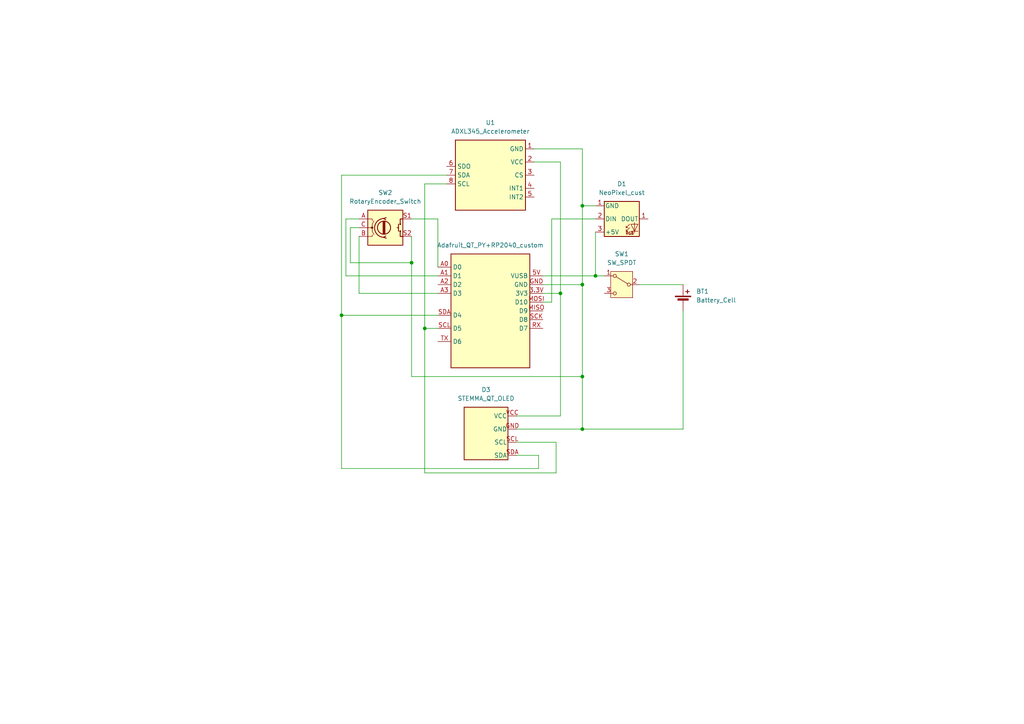
<source format=kicad_sch>
(kicad_sch (version 20250114) (generator "eeschema") (generator_version "9.0")
  (paper "A4")
  (title_block (title "TECHIN Project Schematic Stan Slovetski"))
  (lib_symbols
    (symbol "Device:Battery_Cell" (pin_numbers (hide yes)) (pin_names (offset 0) (hide yes))
      (property "Reference" "BT" (at 2.54 2.54 0))
      (property "Value" "Battery_Cell" (at 2.54 0 0))
      (symbol "Battery_Cell_0_1"
        (rectangle (start -2.286 1.778) (end 2.286 1.524) (fill (type outline)))
        (rectangle (start -1.524 1.016) (end 1.524 0.508) (fill (type outline)))
        (polyline (pts (xy 0 1.778) (xy 0 2.54)))
        (polyline (pts (xy 0 0.762) (xy 0 0)))
        (polyline (pts (xy 0.762 3.048) (xy 1.778 3.048)) (stroke (width 0.254)))
        (polyline (pts (xy 1.27 3.556) (xy 1.27 2.54)) (stroke (width 0.254)))
      )
      (symbol "Battery_Cell_1_1"
        (pin passive line (at 0 5.08 270) (length 2.54) (name "+") (number "1"))
        (pin passive line (at 0 -2.54 90) (length 2.54) (name "-") (number "2"))
      )
    )
    (symbol "Device:RotaryEncoder_Switch" (pin_names (offset 0.254) (hide yes))
      (property "Reference" "SW" (at 0 6.604 0))
      (property "Value" "RotaryEncoder_Switch" (at 0 -6.604 0))
      (symbol "RotaryEncoder_Switch_0_1"
        (rectangle (start -5.08 5.08) (end 5.08 -5.08) (stroke (width 0.254)) (fill (type background)))
        (polyline (pts (xy -5.08 2.54) (xy -3.81 2.54) (xy -3.81 2.032)))
        (polyline (pts (xy -5.08 0) (xy -3.81 0) (xy -3.81 -1.016) (xy -3.302 -2.032)))
        (polyline (pts (xy -5.08 -2.54) (xy -3.81 -2.54) (xy -3.81 -2.032)))
        (polyline (pts (xy -4.318 0) (xy -3.81 0) (xy -3.81 1.016) (xy -3.302 2.032)))
        (circle (center -3.81 0) (radius 0.254) (fill (type outline)))
        (polyline (pts (xy -0.635 -1.778) (xy -0.635 1.778)) (stroke (width 0.254)))
        (circle (center -0.381 0) (radius 1.905) (stroke (width 0.254)))
        (polyline (pts (xy -0.381 -1.778) (xy -0.381 1.778)) (stroke (width 0.254)))
        (arc (start -0.381 -2.794) (mid -3.0988 -0.0635) (end -0.381 2.667) (stroke (width 0.254)))
        (polyline (pts (xy -0.127 1.778) (xy -0.127 -1.778)) (stroke (width 0.254)))
        (polyline (pts (xy 0.254 2.921) (xy -0.508 2.667) (xy 0.127 2.286)) (stroke (width 0.254)))
        (polyline (pts (xy 0.254 -3.048) (xy -0.508 -2.794) (xy 0.127 -2.413)) (stroke (width 0.254)))
        (polyline (pts (xy 3.81 1.016) (xy 3.81 -1.016)) (stroke (width 0.254)))
        (polyline (pts (xy 3.81 0) (xy 3.429 0)) (stroke (width 0.254)))
        (circle (center 4.318 1.016) (radius 0.127) (stroke (width 0.254)))
        (circle (center 4.318 -1.016) (radius 0.127) (stroke (width 0.254)))
        (polyline (pts (xy 5.08 2.54) (xy 4.318 2.54) (xy 4.318 1.016)) (stroke (width 0.254)))
        (polyline (pts (xy 5.08 -2.54) (xy 4.318 -2.54) (xy 4.318 -1.016)) (stroke (width 0.254)))
      )
      (symbol "RotaryEncoder_Switch_1_1"
        (pin passive line (at -7.62 2.54 0) (length 2.54) (name "A") (number "A"))
        (pin passive line (at -7.62 0 0) (length 2.54) (name "C") (number "C"))
        (pin passive line (at -7.62 -2.54 0) (length 2.54) (name "B") (number "B"))
        (pin passive line (at 7.62 2.54 180) (length 2.54) (name "S1") (number "S1"))
        (pin passive line (at 7.62 -2.54 180) (length 2.54) (name "S2") (number "S2"))
      )
    )
    (symbol "STEMMA_QT_OLED_1" (pin_names (offset 0.254))
      (property "Reference" "D" (at 5.08 5.715 0))
      (property "Value" "STEMMA_QT_OLED" (at -7.366 -8.636 0))
      (symbol "STEMMA_QT_OLED_1_0_1"
        (rectangle (start -6.35 7.62) (end 6.35 -7.62) (stroke (width 0.254)) (fill (type background)))
      )
      (symbol "STEMMA_QT_OLED_1_1_1"
        (pin power_in line (at 8.89 5.08 180) (length 2.54) (name "VCC") (number "VCC"))
        (pin passive line (at 8.89 1.27 180) (length 2.54) (name "GND") (number "GND"))
        (pin output line (at 8.89 -2.54 180) (length 2.54) (name "SCL") (number "SCL"))
        (pin input line (at 8.89 -6.35 180) (length 2.54) (name "SDA") (number "SDA"))
      )
    )
    (symbol "Stan_symbols:ADXL345_Accelerometer"
      (property "Reference" "U" (at -8.89 11.43 0))
      (property "Value" "ADXL345_Accelerometer" (at -7.62 -11.43 0))
      (symbol "ADXL345_Accelerometer_0_1"
        (rectangle (start -10.16 10.16) (end 10.16 -10.16) (stroke (width 0.254)) (fill (type background)))
      )
      (symbol "ADXL345_Accelerometer_1_1"
        (pin bidirectional line (at -12.7 2.54 0) (length 2.54) (name "SDO") (number "6"))
        (pin bidirectional line (at -12.7 0 0) (length 2.54) (name "SDA") (number "7"))
        (pin input line (at -12.7 -2.54 0) (length 2.54) (name "SCL") (number "8"))
        (pin no_connect line (at -5.08 -10.16 90) (length 2.54) (hide yes) (name "NC") (number "10"))
        (pin passive line (at 0 -12.7 90) (length 2.54) (hide yes) (name "GND") (number "4"))
        (pin passive line (at 0 -12.7 90) (length 2.54) (hide yes) (name "GND") (number "5"))
        (pin power_in line (at 12.7 7.62 180) (length 2.54) (name "GND") (number "1"))
        (pin power_in line (at 12.7 3.81 180) (length 2.54) (name "VCC") (number "2"))
        (pin input line (at 12.7 0 180) (length 2.54) (name "CS") (number "3"))
        (pin output line (at 12.7 -3.81 180) (length 2.54) (name "INT1") (number "4"))
        (pin output line (at 12.7 -6.35 180) (length 2.54) (name "INT2") (number "5"))
      )
    )
    (symbol "Stan_symbols:Adafruit_QT_PY+RP2040_custom"
      (property "Value" "Adafruit_QT_PY+RP2040_custom" (at 3.81 -19.05 0))
      (symbol "Adafruit_QT_PY+RP2040_custom_0_1"
        (rectangle (start -11.43 16.51) (end 11.43 -16.51) (stroke (width 0.254)) (fill (type background)))
      )
      (symbol "Adafruit_QT_PY+RP2040_custom_1_1"
        (pin input line (at -15.24 12.7 0) (length 3.81) (name "D0") (number "A0"))
        (pin input line (at -15.24 10.16 0) (length 3.81) (name "D1") (number "A1"))
        (pin input line (at -15.24 7.62 0) (length 3.81) (name "D2") (number "A2"))
        (pin input line (at -15.24 5.08 0) (length 3.81) (name "D3") (number "A3"))
        (pin output line (at -15.24 -1.27 0) (length 3.81) (name "D4") (number "SDA"))
        (pin input line (at -15.24 -5.08 0) (length 3.81) (name "D5") (number "SCL"))
        (pin output line (at -15.24 -8.89 0) (length 3.81) (name "D6") (number "TX"))
        (pin power_in line (at 15.24 10.16 180) (length 3.81) (name "VUSB") (number "5V"))
        (pin bidirectional line (at 15.24 7.62 180) (length 3.81) (name "GND") (number "GND"))
        (pin power_in line (at 15.24 5.08 180) (length 3.81) (name "3V3") (number "3.3V"))
        (pin bidirectional line (at 15.24 2.54 180) (length 3.81) (name "D10") (number "MOSI"))
        (pin bidirectional line (at 15.24 0 180) (length 3.81) (name "D9") (number "MISO"))
        (pin bidirectional line (at 15.24 -2.54 180) (length 3.81) (name "D8") (number "SCK"))
        (pin bidirectional line (at 15.24 -5.08 180) (length 3.81) (name "D7") (number "RX"))
      )
    )
    (symbol "Stan_symbols:NeoPixel_cust" (pin_names (offset 0.254))
      (property "Reference" "D" (at 5.08 5.715 0))
      (property "Value" "NeoPixel_cust" (at 1.27 -5.715 0))
      (symbol "NeoPixel_cust_0_0"
        (text "RGB" (at 2.286 -4.191 0) (effects (font (size 0.762 0.762))))
      )
      (symbol "NeoPixel_cust_0_1"
        (polyline (pts (xy 1.27 -2.54) (xy 1.778 -2.54)))
        (polyline (pts (xy 1.27 -3.556) (xy 1.778 -3.556)))
        (polyline (pts (xy 2.286 -1.524) (xy 1.27 -2.54) (xy 1.27 -2.032)))
        (polyline (pts (xy 2.286 -2.54) (xy 1.27 -3.556) (xy 1.27 -3.048)))
        (polyline (pts (xy 3.683 -1.016) (xy 3.683 -3.556) (xy 3.683 -4.064)))
        (polyline (pts (xy 4.699 -1.524) (xy 2.667 -1.524) (xy 3.683 -3.556) (xy 4.699 -1.524)))
        (polyline (pts (xy 4.699 -3.556) (xy 2.667 -3.556)))
        (rectangle (start 5.08 5.08) (end -5.08 -5.08) (stroke (width 0.254)) (fill (type background)))
      )
      (symbol "NeoPixel_cust_1_1"
        (pin power_in line (at -7.62 3.81 0) (length 2.54) (name "GND") (number "1"))
        (pin input line (at -7.62 0 0) (length 2.54) (name "DIN") (number "2"))
        (pin power_in line (at -7.62 -3.81 0) (length 2.54) (name "+5V") (number "3"))
        (pin output line (at 7.62 0 180) (length 2.54) (name "DOUT") (number "1"))
      )
    )
    (symbol "Switch:SW_SPDT" (pin_names (offset 0) (hide yes))
      (property "Reference" "SW" (at 0 5.08 0))
      (property "Value" "SW_SPDT" (at 0 -5.08 0))
      (symbol "SW_SPDT_0_1"
        (circle (center -2.032 0) (radius 0.4572))
        (polyline (pts (xy -1.651 0.254) (xy 1.651 2.286)))
        (circle (center 2.032 2.54) (radius 0.4572))
        (circle (center 2.032 -2.54) (radius 0.4572))
      )
      (symbol "SW_SPDT_1_1"
        (rectangle (start -3.175 3.81) (end 3.175 -3.81) (fill (type background)))
        (pin passive line (at -5.08 0 0) (length 2.54) (name "B") (number "2"))
        (pin passive line (at 5.08 2.54 180) (length 2.54) (name "A") (number "1"))
        (pin passive line (at 5.08 -2.54 180) (length 2.54) (name "C") (number "3"))
      )
    )
  )
  (junction (at 119.38 76.2))
  (junction (at 168.91 59.69))
  (junction (at 172.72 80.01))
  (junction (at 99.06 91.44))
  (junction (at 168.91 124.46))
  (junction (at 123.19 95.25))
  (junction (at 168.91 109.22))
  (junction (at 162.56 85.09))
  (junction (at 168.91 82.55))
  (wire (pts (xy 123.19 53.34) (xy 123.19 95.25)))
  (wire (pts (xy 172.72 67.31) (xy 172.72 80.01)))
  (wire (pts (xy 99.06 50.8) (xy 129.54 50.8)))
  (wire (pts (xy 172.72 80.01) (xy 175.26 80.01)))
  (wire (pts (xy 168.91 43.18) (xy 168.91 59.69)))
  (wire (pts (xy 149.86 120.65) (xy 162.56 120.65)))
  (wire (pts (xy 99.06 91.44) (xy 127 91.44)))
  (wire (pts (xy 104.14 66.04) (xy 101.6 66.04)))
  (wire (pts (xy 157.48 87.63) (xy 160.02 87.63)))
  (wire (pts (xy 119.38 68.58) (xy 119.38 76.2)))
  (wire (pts (xy 168.91 59.69) (xy 168.91 82.55)))
  (wire (pts (xy 162.56 120.65) (xy 162.56 85.09)))
  (wire (pts (xy 127 63.5) (xy 127 77.47)))
  (wire (pts (xy 101.6 76.2) (xy 119.38 76.2)))
  (wire (pts (xy 104.14 85.09) (xy 127 85.09)))
  (wire (pts (xy 100.33 63.5) (xy 100.33 80.01)))
  (wire (pts (xy 185.42 82.55) (xy 198.12 82.55)))
  (wire (pts (xy 161.29 128.27) (xy 161.29 137.16)))
  (wire (pts (xy 149.86 132.08) (xy 156.21 132.08)))
  (wire (pts (xy 162.56 46.99) (xy 162.56 85.09)))
  (wire (pts (xy 168.91 109.22) (xy 168.91 124.46)))
  (wire (pts (xy 157.48 80.01) (xy 172.72 80.01)))
  (wire (pts (xy 99.06 91.44) (xy 99.06 135.89)))
  (wire (pts (xy 154.94 43.18) (xy 168.91 43.18)))
  (wire (pts (xy 129.54 53.34) (xy 123.19 53.34)))
  (wire (pts (xy 168.91 59.69) (xy 172.72 59.69)))
  (wire (pts (xy 161.29 137.16) (xy 123.19 137.16)))
  (wire (pts (xy 104.14 68.58) (xy 104.14 85.09)))
  (wire (pts (xy 156.21 132.08) (xy 156.21 135.89)))
  (wire (pts (xy 119.38 63.5) (xy 127 63.5)))
  (wire (pts (xy 101.6 66.04) (xy 101.6 76.2)))
  (wire (pts (xy 198.12 90.17) (xy 198.12 124.46)))
  (wire (pts (xy 168.91 82.55) (xy 168.91 109.22)))
  (wire (pts (xy 100.33 80.01) (xy 127 80.01)))
  (wire (pts (xy 168.91 124.46) (xy 198.12 124.46)))
  (wire (pts (xy 119.38 76.2) (xy 119.38 109.22)))
  (wire (pts (xy 162.56 85.09) (xy 157.48 85.09)))
  (wire (pts (xy 123.19 95.25) (xy 127 95.25)))
  (wire (pts (xy 160.02 63.5) (xy 160.02 87.63)))
  (wire (pts (xy 149.86 124.46) (xy 168.91 124.46)))
  (wire (pts (xy 157.48 82.55) (xy 168.91 82.55)))
  (wire (pts (xy 154.94 46.99) (xy 162.56 46.99)))
  (wire (pts (xy 156.21 135.89) (xy 99.06 135.89)))
  (wire (pts (xy 99.06 50.8) (xy 99.06 91.44)))
  (wire (pts (xy 123.19 137.16) (xy 123.19 95.25)))
  (wire (pts (xy 119.38 109.22) (xy 168.91 109.22)))
  (wire (pts (xy 149.86 128.27) (xy 161.29 128.27)))
  (wire (pts (xy 104.14 63.5) (xy 100.33 63.5)))
  (wire (pts (xy 172.72 63.5) (xy 160.02 63.5)))
  (symbol (lib_id "Stan_symbols:ADXL345_Accelerometer") (at 142.24 50.8 0) (unit 1)
    (property "Reference" "U1" (at 142.24 35.56 0))
    (property "Value" "ADXL345_Accelerometer" (at 142.24 38.1 0))
    (property "Footprint" "Package_LGA:LGA-14_3x5mm_P0.8mm_LayoutBorder1x6y" (effects (hide yes)))
    (property "Datasheet" "https://www.analog.com/media/en/technical-documentation/data-sheets/ADXL343.pdf" (effects (hide yes)))
    (property "Description" "3-Axis MEMS Accelerometer, 2/4/8/16g range, I2C/SPI, LGA-14" (effects (hide yes)))
  )
  (symbol (lib_id "Stan_symbols:Adafruit_QT_PY+RP2040_custom") (at 142.24 90.17 0) (unit 1)
    (property "Reference" "A1" (effects (hide yes)))
    (property "Value" "Adafruit_QT_PY+RP2040_custom" (at 142.24 71.12 0))
    (property "Description" "32-bit microcontroller module with WiFi" (effects (hide yes)))
  )
  (symbol (lib_name "STEMMA_QT_OLED_1") (lib_id "Stan_symbols:STEMMA_QT_OLED") (at 140.97 125.73 0) (unit 1)
    (property "Reference" "D3" (at 140.97 113.03 0))
    (property "Value" "STEMMA_QT_OLED" (at 140.97 115.57 0))
    (property "Datasheet" "https://www.adafruit.com/product/1938" (effects (hide yes)))
    (property "Description" "QT OLED" (effects (hide yes)))
  )
  (symbol (lib_id "Switch:SW_SPDT") (at 180.34 82.55 0) (mirror y) (unit 1)
    (property "Reference" "SW1" (at 180.34 73.66 0))
    (property "Value" "SW_SPDT" (at 180.34 76.2 0))
    (property "Description" "Switch, single pole double throw" (effects (hide yes)))
  )
  (symbol (lib_id "Device:RotaryEncoder_Switch") (at 111.76 66.04 0) (unit 1)
    (property "Reference" "SW2" (at 111.76 55.88 0))
    (property "Value" "RotaryEncoder_Switch" (at 111.76 58.42 0))
    (property "Description" "Rotary encoder, dual channel, incremental quadrate outputs, with switch" (effects (hide yes)))
  )
  (symbol (lib_id "Stan_symbols:NeoPixel_cust") (at 180.34 63.5 0) (unit 1)
    (property "Reference" "D1" (at 180.34 53.34 0))
    (property "Value" "NeoPixel_cust" (at 180.34 55.88 0))
    (property "Datasheet" "https://www.adafruit.com/product/1938" (effects (hide yes)))
    (property "Description" "RGB LED with integrated controller, 5mm/8mm LED package" (effects (hide yes)))
  )
  (symbol (lib_id "Device:Battery_Cell") (at 198.12 87.63 0) (unit 1)
    (property "Reference" "BT1" (at 201.93 84.5184 0) (effects (justify left)))
    (property "Value" "Battery_Cell" (at 201.93 87.0584 0) (effects (justify left)))
    (property "Description" "Single-cell battery" (effects (hide yes)))
  )
)
</source>
